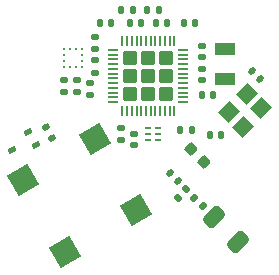
<source format=gbr>
%TF.GenerationSoftware,KiCad,Pcbnew,(6.0.11)*%
%TF.CreationDate,2023-02-20T14:16:24+01:00*%
%TF.ProjectId,cockTag,636f636b-5461-4672-9e6b-696361645f70,rev?*%
%TF.SameCoordinates,Original*%
%TF.FileFunction,Paste,Top*%
%TF.FilePolarity,Positive*%
%FSLAX46Y46*%
G04 Gerber Fmt 4.6, Leading zero omitted, Abs format (unit mm)*
G04 Created by KiCad (PCBNEW (6.0.11)) date 2023-02-20 14:16:24*
%MOMM*%
%LPD*%
G01*
G04 APERTURE LIST*
G04 Aperture macros list*
%AMRoundRect*
0 Rectangle with rounded corners*
0 $1 Rounding radius*
0 $2 $3 $4 $5 $6 $7 $8 $9 X,Y pos of 4 corners*
0 Add a 4 corners polygon primitive as box body*
4,1,4,$2,$3,$4,$5,$6,$7,$8,$9,$2,$3,0*
0 Add four circle primitives for the rounded corners*
1,1,$1+$1,$2,$3*
1,1,$1+$1,$4,$5*
1,1,$1+$1,$6,$7*
1,1,$1+$1,$8,$9*
0 Add four rect primitives between the rounded corners*
20,1,$1+$1,$2,$3,$4,$5,0*
20,1,$1+$1,$4,$5,$6,$7,0*
20,1,$1+$1,$6,$7,$8,$9,0*
20,1,$1+$1,$8,$9,$2,$3,0*%
%AMRotRect*
0 Rectangle, with rotation*
0 The origin of the aperture is its center*
0 $1 length*
0 $2 width*
0 $3 Rotation angle, in degrees counterclockwise*
0 Add horizontal line*
21,1,$1,$2,0,0,$3*%
G04 Aperture macros list end*
%ADD10RoundRect,0.140000X-0.170000X0.140000X-0.170000X-0.140000X0.170000X-0.140000X0.170000X0.140000X0*%
%ADD11RotRect,2.000000X2.000000X210.000000*%
%ADD12R,0.550000X0.250000*%
%ADD13RoundRect,0.140000X0.170000X-0.140000X0.170000X0.140000X-0.170000X0.140000X-0.170000X-0.140000X0*%
%ADD14RoundRect,0.135000X0.135000X0.185000X-0.135000X0.185000X-0.135000X-0.185000X0.135000X-0.185000X0*%
%ADD15RoundRect,0.147500X-0.147500X-0.172500X0.147500X-0.172500X0.147500X0.172500X-0.147500X0.172500X0*%
%ADD16RotRect,0.450000X0.700000X120.000000*%
%ADD17RoundRect,0.140000X0.219203X0.021213X0.021213X0.219203X-0.219203X-0.021213X-0.021213X-0.219203X0*%
%ADD18RoundRect,0.250000X-0.370000X0.370000X-0.370000X-0.370000X0.370000X-0.370000X0.370000X0.370000X0*%
%ADD19RoundRect,0.050000X-0.050000X0.350000X-0.050000X-0.350000X0.050000X-0.350000X0.050000X0.350000X0*%
%ADD20RoundRect,0.050000X-0.350000X0.050000X-0.350000X-0.050000X0.350000X-0.050000X0.350000X0.050000X0*%
%ADD21R,1.800000X1.000000*%
%ADD22RoundRect,0.135000X-0.135000X-0.185000X0.135000X-0.185000X0.135000X0.185000X-0.135000X0.185000X0*%
%ADD23RoundRect,0.140000X-0.140000X-0.170000X0.140000X-0.170000X0.140000X0.170000X-0.140000X0.170000X0*%
%ADD24RoundRect,0.225000X-0.335876X-0.017678X-0.017678X-0.335876X0.335876X0.017678X0.017678X0.335876X0*%
%ADD25RoundRect,0.135000X-0.185000X0.135000X-0.185000X-0.135000X0.185000X-0.135000X0.185000X0.135000X0*%
%ADD26RoundRect,0.147500X0.226274X0.017678X0.017678X0.226274X-0.226274X-0.017678X-0.017678X-0.226274X0*%
%ADD27RoundRect,0.135000X-0.227715X0.024413X-0.092715X-0.209413X0.227715X-0.024413X0.092715X0.209413X0*%
%ADD28RotRect,1.400000X1.200000X225.000000*%
%ADD29RoundRect,0.135000X0.185000X-0.135000X0.185000X0.135000X-0.185000X0.135000X-0.185000X-0.135000X0*%
%ADD30RoundRect,0.140000X0.140000X0.170000X-0.140000X0.170000X-0.140000X-0.170000X0.140000X-0.170000X0*%
%ADD31RoundRect,0.147500X0.017678X-0.226274X0.226274X-0.017678X-0.017678X0.226274X-0.226274X0.017678X0*%
%ADD32RoundRect,0.147500X0.147500X0.172500X-0.147500X0.172500X-0.147500X-0.172500X0.147500X-0.172500X0*%
%ADD33RoundRect,0.250000X-0.707107X-0.212132X-0.212132X-0.707107X0.707107X0.212132X0.212132X0.707107X0*%
%ADD34R,0.250000X0.275000*%
%ADD35R,0.275000X0.250000*%
G04 APERTURE END LIST*
D10*
%TO.C,C8*%
X155450000Y-91470000D03*
X155450000Y-92430000D03*
%TD*%
D11*
%TO.C,BZ1*%
X146381089Y-99318911D03*
X140318911Y-102818911D03*
X143818911Y-108881089D03*
X149881089Y-105381089D03*
%TD*%
D12*
%TO.C,B1*%
X151725000Y-99400000D03*
X151725000Y-98900000D03*
X151725000Y-98400000D03*
X150875000Y-98400000D03*
X150875000Y-98900000D03*
X150875000Y-99400000D03*
%TD*%
D13*
%TO.C,C4*%
X148600000Y-99380000D03*
X148600000Y-98420000D03*
%TD*%
D10*
%TO.C,C1*%
X144900000Y-94370000D03*
X144900000Y-95330000D03*
%TD*%
D14*
%TO.C,R5*%
X149610000Y-88400000D03*
X148590000Y-88400000D03*
%TD*%
D15*
%TO.C,D2*%
X149315000Y-89500000D03*
X150285000Y-89500000D03*
%TD*%
D16*
%TO.C,Q1*%
X141391025Y-99862917D03*
X140741025Y-98737083D03*
X139333975Y-100300000D03*
%TD*%
D17*
%TO.C,C6*%
X153389411Y-102889411D03*
X152710589Y-102210589D03*
%TD*%
D18*
%TO.C,U2*%
X149370000Y-94000000D03*
X149370000Y-92470000D03*
X152430000Y-94000000D03*
X149370000Y-95530000D03*
X150900000Y-92470000D03*
X152430000Y-92470000D03*
X150900000Y-95530000D03*
X152430000Y-95530000D03*
X150900000Y-94000000D03*
D19*
X153100000Y-91050000D03*
X152700000Y-91050000D03*
X152300000Y-91050000D03*
X151900000Y-91050000D03*
X151500000Y-91050000D03*
X151100000Y-91050000D03*
X150700000Y-91050000D03*
X150300000Y-91050000D03*
X149900000Y-91050000D03*
X149500000Y-91050000D03*
X149100000Y-91050000D03*
X148700000Y-91050000D03*
D20*
X147950000Y-91800000D03*
X147950000Y-92200000D03*
X147950000Y-92600000D03*
X147950000Y-93000000D03*
X147950000Y-93400000D03*
X147950000Y-93800000D03*
X147950000Y-94200000D03*
X147950000Y-94600000D03*
X147950000Y-95000000D03*
X147950000Y-95400000D03*
X147950000Y-95800000D03*
X147950000Y-96200000D03*
D19*
X148700000Y-96950000D03*
X149100000Y-96950000D03*
X149500000Y-96950000D03*
X149900000Y-96950000D03*
X150300000Y-96950000D03*
X150700000Y-96950000D03*
X151100000Y-96950000D03*
X151500000Y-96950000D03*
X151900000Y-96950000D03*
X152300000Y-96950000D03*
X152700000Y-96950000D03*
X153100000Y-96950000D03*
D20*
X153850000Y-96200000D03*
X153850000Y-95800000D03*
X153850000Y-95400000D03*
X153850000Y-95000000D03*
X153850000Y-94600000D03*
X153850000Y-94200000D03*
X153850000Y-93800000D03*
X153850000Y-93400000D03*
X153850000Y-93000000D03*
X153850000Y-92600000D03*
X153850000Y-92200000D03*
X153850000Y-91800000D03*
%TD*%
D21*
%TO.C,Y1*%
X157350000Y-94250000D03*
X157350000Y-91750000D03*
%TD*%
D22*
%TO.C,R4*%
X150790000Y-88400000D03*
X151810000Y-88400000D03*
%TD*%
D23*
%TO.C,C13*%
X153920000Y-89500000D03*
X154880000Y-89500000D03*
%TD*%
D13*
%TO.C,C10*%
X155450000Y-94330000D03*
X155450000Y-93370000D03*
%TD*%
D24*
%TO.C,C3*%
X154551992Y-100151992D03*
X155648008Y-101248008D03*
%TD*%
D25*
%TO.C,R6*%
X146000000Y-94590000D03*
X146000000Y-95610000D03*
%TD*%
D17*
%TO.C,C11*%
X160339411Y-94239411D03*
X159660589Y-93560589D03*
%TD*%
D23*
%TO.C,C14*%
X153620000Y-98600000D03*
X154580000Y-98600000D03*
%TD*%
D26*
%TO.C,L1*%
X155492947Y-104992947D03*
X154807053Y-104307053D03*
%TD*%
D27*
%TO.C,R3*%
X142245000Y-98358327D03*
X142755000Y-99241673D03*
%TD*%
D23*
%TO.C,C5*%
X155420000Y-95600000D03*
X156380000Y-95600000D03*
%TD*%
D28*
%TO.C,Y2*%
X159276777Y-95521142D03*
X157721142Y-97076777D03*
X158923223Y-98278858D03*
X160478858Y-96723223D03*
%TD*%
D29*
%TO.C,R1*%
X146400000Y-93710000D03*
X146400000Y-92690000D03*
%TD*%
D25*
%TO.C,R2*%
X146400000Y-90690000D03*
X146400000Y-91710000D03*
%TD*%
D30*
%TO.C,C12*%
X147780000Y-89500000D03*
X146820000Y-89500000D03*
%TD*%
D10*
%TO.C,C7*%
X149700000Y-98920000D03*
X149700000Y-99880000D03*
%TD*%
D31*
%TO.C,L2*%
X153407053Y-104292947D03*
X154092947Y-103607053D03*
%TD*%
D32*
%TO.C,D1*%
X152485000Y-89500000D03*
X151515000Y-89500000D03*
%TD*%
D23*
%TO.C,C9*%
X156120000Y-99000000D03*
X157080000Y-99000000D03*
%TD*%
D10*
%TO.C,C2*%
X143800000Y-94370000D03*
X143800000Y-95330000D03*
%TD*%
D33*
%TO.C,AE1*%
X156474695Y-105974695D03*
X158525305Y-108025305D03*
%TD*%
D34*
%TO.C,U1*%
X145250000Y-91737500D03*
X144750000Y-91737500D03*
X144250000Y-91737500D03*
X143750000Y-91737500D03*
D35*
X143737500Y-92250000D03*
X143737500Y-92750000D03*
D34*
X143750000Y-93262500D03*
X144250000Y-93262500D03*
X144750000Y-93262500D03*
X145250000Y-93262500D03*
D35*
X145262500Y-92750000D03*
X145262500Y-92250000D03*
%TD*%
M02*

</source>
